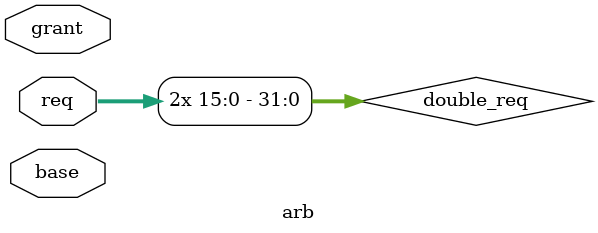
<source format=sv>
module arb #(parameter WIDTH = 16) (
	input [WIDTH-1:0] req  ,
	input [WIDTH-1:0] base ,
	input [WIDTH-1:0] grant
);

logic [2*WIDTH-1:0] double_req;
logic [2*WIDTH-1:0] double_grant;

assign double_req   = {req,req};
assign double_grant = double_req & ~(double_req-base);
assign grant = double_grant[WIDTH-1:0] | double_grant[2*WIDTH-1:WIDTH];

endmodule
</source>
